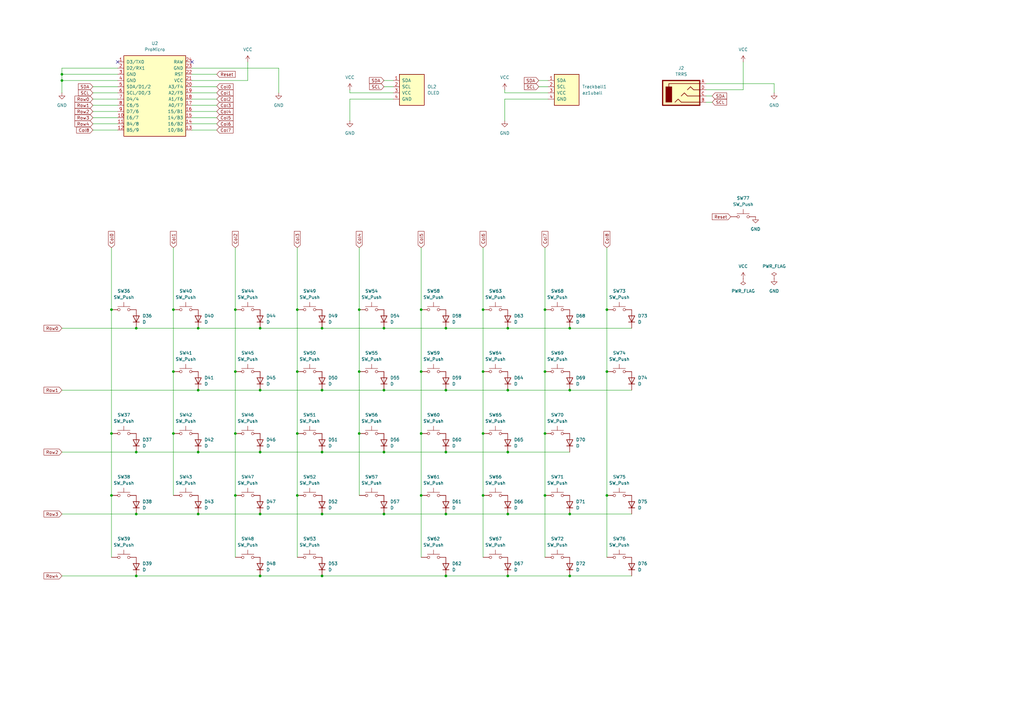
<source format=kicad_sch>
(kicad_sch (version 20231120) (generator "eeschema") (generator_version "8.0")
  (paper "A3")
  (lib_symbols
    (symbol "BrownSugar_KBD:OLED" (pin_names (offset 1.016))
      (property "Reference" "OL" (at 0 7.62 0))
      (property "Value" "OLED" (at 0 -7.62 0))
      (symbol "OLED_0_1"
        (rectangle (start -5.08 6.35) (end 5.08 -6.35) (stroke (width 0.254)) (fill (type background)))
      )
      (symbol "OLED_1_1"
        (pin bidirectional line (at -7.62 3.81 0) (length 2.54) (name "SDA") (number "1"))
        (pin bidirectional line (at -7.62 1.27 0) (length 2.54) (name "SCL") (number "2"))
        (pin power_in line (at -7.62 -1.27 0) (length 2.54) (name "VCC") (number "3"))
        (pin power_in line (at -7.62 -3.81 0) (length 2.54) (name "GND") (number "4"))
      )
    )
    (symbol "BrownSugar_KBD:ProMicro" (pin_names (offset 1.016))
      (property "Reference" "U" (at 0 17.78 0))
      (property "Value" "ProMicro" (at 0 -17.78 0))
      (symbol "ProMicro_0_1"
        (rectangle (start -12.7 16.51) (end 12.7 -16.51) (stroke (width 0.254)) (fill (type background)))
      )
      (symbol "ProMicro_1_1"
        (pin bidirectional line (at -15.24 13.97 0) (length 2.54) (name "D3/TX0") (number "1"))
        (pin bidirectional line (at -15.24 -8.89 0) (length 2.54) (name "E6/7") (number "10"))
        (pin bidirectional line (at -15.24 -11.43 0) (length 2.54) (name "B4/8") (number "11"))
        (pin bidirectional line (at -15.24 -13.97 0) (length 2.54) (name "B5/9") (number "12"))
        (pin bidirectional line (at 15.24 -13.97 180) (length 2.54) (name "10/B6") (number "13"))
        (pin bidirectional line (at 15.24 -11.43 180) (length 2.54) (name "16/B2") (number "14"))
        (pin bidirectional line (at 15.24 -8.89 180) (length 2.54) (name "14/B3") (number "15"))
        (pin bidirectional line (at 15.24 -6.35 180) (length 2.54) (name "15/B1") (number "16"))
        (pin bidirectional line (at 15.24 -3.81 180) (length 2.54) (name "A0/F7") (number "17"))
        (pin bidirectional line (at 15.24 -1.27 180) (length 2.54) (name "A1/F6") (number "18"))
        (pin bidirectional line (at 15.24 1.27 180) (length 2.54) (name "A2/F5") (number "19"))
        (pin bidirectional line (at -15.24 11.43 0) (length 2.54) (name "D2/RX1") (number "2"))
        (pin bidirectional line (at 15.24 3.81 180) (length 2.54) (name "A3/F4") (number "20"))
        (pin power_in line (at 15.24 6.35 180) (length 2.54) (name "VCC") (number "21"))
        (pin input line (at 15.24 8.89 180) (length 2.54) (name "RST") (number "22"))
        (pin power_in line (at 15.24 11.43 180) (length 2.54) (name "GND") (number "23"))
        (pin power_in line (at 15.24 13.97 180) (length 2.54) (name "RAW") (number "24"))
        (pin power_in line (at -15.24 8.89 0) (length 2.54) (name "GND") (number "3"))
        (pin power_in line (at -15.24 6.35 0) (length 2.54) (name "GND") (number "4"))
        (pin bidirectional line (at -15.24 3.81 0) (length 2.54) (name "SDA/D1/2") (number "5"))
        (pin bidirectional line (at -15.24 1.27 0) (length 2.54) (name "SCL/D0/3") (number "6"))
        (pin bidirectional line (at -15.24 -1.27 0) (length 2.54) (name "D4/4") (number "7"))
        (pin bidirectional line (at -15.24 -3.81 0) (length 2.54) (name "C6/5") (number "8"))
        (pin bidirectional line (at -15.24 -6.35 0) (length 2.54) (name "D7/6") (number "9"))
      )
    )
    (symbol "BrownSugar_KBD:TRRS" (pin_names (offset 1.016))
      (property "Reference" "J" (at 0 8.89 0))
      (property "Value" "TRRS" (at 0 6.35 0))
      (symbol "TRRS_0_1"
        (rectangle (start -7.62 5.08) (end 7.62 -5.08) (stroke (width 0.508)) (fill (type background)))
        (rectangle (start -6.35 2.54) (end -3.81 -3.81) (stroke (width 0.127)) (fill (type outline)))
        (polyline (pts (xy 7.62 3.81) (xy -5.08 3.81) (xy -5.08 2.54)) (stroke (width 0.254)))
        (polyline (pts (xy 7.62 -3.81) (xy 0 -3.81) (xy -1.27 -2.54) (xy -2.54 -3.81)) (stroke (width 0.254)))
        (polyline (pts (xy 7.62 -1.27) (xy 2.54 -1.27) (xy 1.27 0) (xy 0 -1.27)) (stroke (width 0.254)))
        (polyline (pts (xy 7.62 1.27) (xy 5.08 1.27) (xy 3.81 2.54) (xy 2.54 1.27)) (stroke (width 0.254)))
      )
      (symbol "TRRS_1_1"
        (pin bidirectional line (at 10.16 3.81 180) (length 2.54) (name "~") (number "A"))
        (pin bidirectional line (at 10.16 -3.81 180) (length 2.54) (name "~") (number "B"))
        (pin bidirectional line (at 10.16 -1.27 180) (length 2.54) (name "~") (number "C"))
        (pin bidirectional line (at 10.16 1.27 180) (length 2.54) (name "~") (number "D"))
      )
    )
    (symbol "Device:D" (pin_numbers hide) (pin_names (offset 1.016) hide)
      (property "Reference" "D" (at 0 2.54 0))
      (property "Value" "D" (at 0 -2.54 0))
      (symbol "D_0_1"
        (polyline (pts (xy -1.27 1.27) (xy -1.27 -1.27)) (stroke (width 0.254)))
        (polyline (pts (xy 1.27 0) (xy -1.27 0)))
        (polyline (pts (xy 1.27 1.27) (xy 1.27 -1.27) (xy -1.27 0) (xy 1.27 1.27)) (stroke (width 0.254)))
      )
      (symbol "D_1_1"
        (pin passive line (at -3.81 0 0) (length 2.54) (name "K") (number "1"))
        (pin passive line (at 3.81 0 180) (length 2.54) (name "A") (number "2"))
      )
    )
    (symbol "Switch:SW_Push" (pin_numbers hide) (pin_names (offset 1.016) hide)
      (property "Reference" "SW" (at 1.27 2.54 0))
      (property "Value" "SW_Push" (at 0 -1.524 0))
      (symbol "SW_Push_0_1"
        (circle (center -2.032 0) (radius 0.508))
        (polyline (pts (xy 0 1.27) (xy 0 3.048)))
        (polyline (pts (xy 2.54 1.27) (xy -2.54 1.27)))
        (circle (center 2.032 0) (radius 0.508))
        (pin passive line (at -5.08 0 0) (length 2.54) (name "1") (number "1"))
        (pin passive line (at 5.08 0 180) (length 2.54) (name "2") (number "2"))
      )
    )
    (symbol "power:GND" (power) (pin_numbers hide) (pin_names (offset 0) hide)
      (property "Value" "GND" (at 0 -3.81 0))
      (symbol "GND_0_1"
        (polyline (pts (xy 0 0) (xy 0 -1.27) (xy 1.27 -1.27) (xy 0 -2.54) (xy -1.27 -1.27) (xy 0 -1.27)))
      )
      (symbol "GND_1_1"
        (pin power_in line (at 0 0 270) (length 0) (name "~") (number "1"))
      )
    )
    (symbol "power:PWR_FLAG" (power) (pin_numbers hide) (pin_names (offset 0) hide)
      (property "Value" "PWR_FLAG" (at 0 3.81 0))
      (symbol "PWR_FLAG_0_0"
        (pin power_out line (at 0 0 90) (length 0) (name "~") (number "1"))
      )
      (symbol "PWR_FLAG_0_1"
        (polyline (pts (xy 0 0) (xy 0 1.27) (xy -1.016 1.905) (xy 0 2.54) (xy 1.016 1.905) (xy 0 1.27)))
      )
    )
    (symbol "power:VCC" (power) (pin_numbers hide) (pin_names (offset 0) hide)
      (property "Value" "VCC" (at 0 3.556 0))
      (symbol "VCC_0_1"
        (polyline (pts (xy -0.762 1.27) (xy 0 2.54)))
        (polyline (pts (xy 0 0) (xy 0 2.54)))
        (polyline (pts (xy 0 2.54) (xy 0.762 1.27)))
      )
      (symbol "VCC_1_1"
        (pin power_in line (at 0 0 90) (length 0) (name "~") (number "1"))
      )
    )
  )
  (junction (at 172.72 127))
  (junction (at 132.08 210.82))
  (junction (at 132.08 236.22))
  (junction (at 121.92 127))
  (junction (at 172.72 152.4))
  (junction (at 25.4 30.48))
  (junction (at 157.48 185.42))
  (junction (at 182.88 160.02))
  (junction (at 106.68 134.62))
  (junction (at 157.48 134.62))
  (junction (at 248.92 152.4))
  (junction (at 55.88 236.22))
  (junction (at 96.52 127))
  (junction (at 223.52 127))
  (junction (at 96.52 177.8))
  (junction (at 55.88 185.42))
  (junction (at 223.52 152.4))
  (junction (at 182.88 236.22))
  (junction (at 248.92 203.2))
  (junction (at 71.12 152.4))
  (junction (at 81.28 160.02))
  (junction (at 208.28 210.82))
  (junction (at 121.92 203.2))
  (junction (at 182.88 185.42))
  (junction (at 198.12 152.4))
  (junction (at 208.28 185.42))
  (junction (at 223.52 203.2))
  (junction (at 106.68 210.82))
  (junction (at 208.28 160.02))
  (junction (at 248.92 127))
  (junction (at 81.28 210.82))
  (junction (at 121.92 152.4))
  (junction (at 106.68 160.02))
  (junction (at 208.28 236.22))
  (junction (at 147.32 152.4))
  (junction (at 198.12 203.2))
  (junction (at 132.08 185.42))
  (junction (at 223.52 177.8))
  (junction (at 182.88 210.82))
  (junction (at 71.12 177.8))
  (junction (at 71.12 127))
  (junction (at 55.88 210.82))
  (junction (at 233.68 134.62))
  (junction (at 81.28 185.42))
  (junction (at 198.12 177.8))
  (junction (at 132.08 134.62))
  (junction (at 147.32 177.8))
  (junction (at 172.72 177.8))
  (junction (at 132.08 160.02))
  (junction (at 96.52 203.2))
  (junction (at 157.48 210.82))
  (junction (at 233.68 236.22))
  (junction (at 182.88 134.62))
  (junction (at 172.72 203.2))
  (junction (at 96.52 152.4))
  (junction (at 106.68 185.42))
  (junction (at 233.68 210.82))
  (junction (at 25.4 33.02))
  (junction (at 45.72 127))
  (junction (at 147.32 127))
  (junction (at 45.72 177.8))
  (junction (at 81.28 134.62))
  (junction (at 208.28 134.62))
  (junction (at 45.72 203.2))
  (junction (at 106.68 236.22))
  (junction (at 198.12 127))
  (junction (at 55.88 134.62))
  (junction (at 157.48 160.02))
  (junction (at 121.92 177.8))
  (junction (at 233.68 160.02))
  (no_connect (at 48.26 25.4))
  (no_connect (at 78.74 25.4))
  (wire (pts (xy 45.72 101.6) (xy 45.72 127)))
  (wire (pts (xy 208.28 185.42) (xy 233.68 185.42)))
  (wire (pts (xy 25.4 210.82) (xy 55.88 210.82)))
  (wire (pts (xy 248.92 203.2) (xy 248.92 228.6)))
  (wire (pts (xy 38.1 38.1) (xy 48.26 38.1)))
  (wire (pts (xy 78.74 30.48) (xy 88.9 30.48)))
  (wire (pts (xy 208.28 134.62) (xy 233.68 134.62)))
  (wire (pts (xy 198.12 203.2) (xy 198.12 228.6)))
  (wire (pts (xy 38.1 53.34) (xy 48.26 53.34)))
  (wire (pts (xy 25.4 160.02) (xy 81.28 160.02)))
  (wire (pts (xy 38.1 35.56) (xy 48.26 35.56)))
  (wire (pts (xy 101.6 33.02) (xy 101.6 25.4)))
  (wire (pts (xy 147.32 101.6) (xy 147.32 127)))
  (wire (pts (xy 78.74 38.1) (xy 88.9 38.1)))
  (wire (pts (xy 223.52 177.8) (xy 223.52 203.2)))
  (wire (pts (xy 289.56 36.83) (xy 304.8 36.83)))
  (wire (pts (xy 38.1 43.18) (xy 48.26 43.18)))
  (wire (pts (xy 182.88 134.62) (xy 208.28 134.62)))
  (wire (pts (xy 233.68 134.62) (xy 259.08 134.62)))
  (wire (pts (xy 96.52 203.2) (xy 96.52 228.6)))
  (wire (pts (xy 223.52 127) (xy 223.52 152.4)))
  (wire (pts (xy 207.01 40.64) (xy 224.79 40.64)))
  (wire (pts (xy 48.26 30.48) (xy 25.4 30.48)))
  (wire (pts (xy 121.92 127) (xy 121.92 152.4)))
  (wire (pts (xy 121.92 152.4) (xy 121.92 177.8)))
  (wire (pts (xy 207.01 38.1) (xy 224.79 38.1)))
  (wire (pts (xy 96.52 177.8) (xy 96.52 203.2)))
  (wire (pts (xy 71.12 101.6) (xy 71.12 127)))
  (wire (pts (xy 198.12 152.4) (xy 198.12 177.8)))
  (wire (pts (xy 38.1 48.26) (xy 48.26 48.26)))
  (wire (pts (xy 78.74 50.8) (xy 88.9 50.8)))
  (wire (pts (xy 172.72 127) (xy 172.72 152.4)))
  (wire (pts (xy 25.4 185.42) (xy 55.88 185.42)))
  (wire (pts (xy 38.1 40.64) (xy 48.26 40.64)))
  (wire (pts (xy 78.74 48.26) (xy 88.9 48.26)))
  (wire (pts (xy 25.4 27.94) (xy 48.26 27.94)))
  (wire (pts (xy 289.56 34.29) (xy 317.5 34.29)))
  (wire (pts (xy 157.48 134.62) (xy 182.88 134.62)))
  (wire (pts (xy 114.3 27.94) (xy 114.3 38.1)))
  (wire (pts (xy 55.88 210.82) (xy 81.28 210.82)))
  (wire (pts (xy 38.1 45.72) (xy 48.26 45.72)))
  (wire (pts (xy 248.92 101.6) (xy 248.92 127)))
  (wire (pts (xy 96.52 152.4) (xy 96.52 177.8)))
  (wire (pts (xy 106.68 236.22) (xy 132.08 236.22)))
  (wire (pts (xy 45.72 127) (xy 45.72 177.8)))
  (wire (pts (xy 81.28 134.62) (xy 106.68 134.62)))
  (wire (pts (xy 157.48 160.02) (xy 182.88 160.02)))
  (wire (pts (xy 71.12 152.4) (xy 71.12 177.8)))
  (wire (pts (xy 172.72 203.2) (xy 172.72 228.6)))
  (wire (pts (xy 198.12 101.6) (xy 198.12 127)))
  (wire (pts (xy 207.01 36.83) (xy 207.01 38.1)))
  (wire (pts (xy 55.88 185.42) (xy 81.28 185.42)))
  (wire (pts (xy 106.68 160.02) (xy 132.08 160.02)))
  (wire (pts (xy 208.28 160.02) (xy 233.68 160.02)))
  (wire (pts (xy 248.92 127) (xy 248.92 152.4)))
  (wire (pts (xy 48.26 33.02) (xy 25.4 33.02)))
  (wire (pts (xy 25.4 134.62) (xy 55.88 134.62)))
  (wire (pts (xy 78.74 35.56) (xy 88.9 35.56)))
  (wire (pts (xy 71.12 177.8) (xy 71.12 203.2)))
  (wire (pts (xy 143.51 38.1) (xy 161.29 38.1)))
  (wire (pts (xy 147.32 127) (xy 147.32 152.4)))
  (wire (pts (xy 223.52 152.4) (xy 223.52 177.8)))
  (wire (pts (xy 78.74 53.34) (xy 88.9 53.34)))
  (wire (pts (xy 182.88 160.02) (xy 208.28 160.02)))
  (wire (pts (xy 157.48 33.02) (xy 161.29 33.02)))
  (wire (pts (xy 157.48 185.42) (xy 182.88 185.42)))
  (wire (pts (xy 248.92 152.4) (xy 248.92 203.2)))
  (wire (pts (xy 304.8 36.83) (xy 304.8 25.4)))
  (wire (pts (xy 78.74 40.64) (xy 88.9 40.64)))
  (wire (pts (xy 143.51 40.64) (xy 161.29 40.64)))
  (wire (pts (xy 132.08 160.02) (xy 157.48 160.02)))
  (wire (pts (xy 38.1 50.8) (xy 48.26 50.8)))
  (wire (pts (xy 208.28 236.22) (xy 233.68 236.22)))
  (wire (pts (xy 182.88 185.42) (xy 208.28 185.42)))
  (wire (pts (xy 207.01 40.64) (xy 207.01 49.53)))
  (wire (pts (xy 317.5 34.29) (xy 317.5 38.1)))
  (wire (pts (xy 157.48 35.56) (xy 161.29 35.56)))
  (wire (pts (xy 220.98 33.02) (xy 224.79 33.02)))
  (wire (pts (xy 233.68 160.02) (xy 259.08 160.02)))
  (wire (pts (xy 121.92 203.2) (xy 121.92 228.6)))
  (wire (pts (xy 182.88 236.22) (xy 208.28 236.22)))
  (wire (pts (xy 121.92 177.8) (xy 121.92 203.2)))
  (wire (pts (xy 233.68 236.22) (xy 259.08 236.22)))
  (wire (pts (xy 172.72 152.4) (xy 172.72 177.8)))
  (wire (pts (xy 143.51 40.64) (xy 143.51 49.53)))
  (wire (pts (xy 81.28 185.42) (xy 106.68 185.42)))
  (wire (pts (xy 45.72 177.8) (xy 45.72 203.2)))
  (wire (pts (xy 132.08 185.42) (xy 157.48 185.42)))
  (wire (pts (xy 55.88 134.62) (xy 81.28 134.62)))
  (wire (pts (xy 25.4 33.02) (xy 25.4 38.1)))
  (wire (pts (xy 172.72 177.8) (xy 172.72 203.2)))
  (wire (pts (xy 223.52 203.2) (xy 223.52 228.6)))
  (wire (pts (xy 121.92 101.6) (xy 121.92 127)))
  (wire (pts (xy 208.28 210.82) (xy 233.68 210.82)))
  (wire (pts (xy 78.74 43.18) (xy 88.9 43.18)))
  (wire (pts (xy 106.68 134.62) (xy 132.08 134.62)))
  (wire (pts (xy 96.52 101.6) (xy 96.52 127)))
  (wire (pts (xy 132.08 134.62) (xy 157.48 134.62)))
  (wire (pts (xy 114.3 27.94) (xy 78.74 27.94)))
  (wire (pts (xy 106.68 210.82) (xy 132.08 210.82)))
  (wire (pts (xy 96.52 127) (xy 96.52 152.4)))
  (wire (pts (xy 25.4 30.48) (xy 25.4 33.02)))
  (wire (pts (xy 220.98 35.56) (xy 224.79 35.56)))
  (wire (pts (xy 182.88 210.82) (xy 208.28 210.82)))
  (wire (pts (xy 78.74 33.02) (xy 101.6 33.02)))
  (wire (pts (xy 106.68 185.42) (xy 132.08 185.42)))
  (wire (pts (xy 289.56 39.37) (xy 292.1 39.37)))
  (wire (pts (xy 157.48 210.82) (xy 182.88 210.82)))
  (wire (pts (xy 45.72 203.2) (xy 45.72 228.6)))
  (wire (pts (xy 81.28 160.02) (xy 106.68 160.02)))
  (wire (pts (xy 25.4 27.94) (xy 25.4 30.48)))
  (wire (pts (xy 198.12 177.8) (xy 198.12 203.2)))
  (wire (pts (xy 71.12 127) (xy 71.12 152.4)))
  (wire (pts (xy 132.08 236.22) (xy 182.88 236.22)))
  (wire (pts (xy 25.4 236.22) (xy 55.88 236.22)))
  (wire (pts (xy 81.28 210.82) (xy 106.68 210.82)))
  (wire (pts (xy 233.68 210.82) (xy 259.08 210.82)))
  (wire (pts (xy 289.56 41.91) (xy 292.1 41.91)))
  (wire (pts (xy 198.12 127) (xy 198.12 152.4)))
  (wire (pts (xy 172.72 101.6) (xy 172.72 127)))
  (wire (pts (xy 78.74 45.72) (xy 88.9 45.72)))
  (wire (pts (xy 147.32 177.8) (xy 147.32 203.2)))
  (wire (pts (xy 132.08 210.82) (xy 157.48 210.82)))
  (wire (pts (xy 55.88 236.22) (xy 106.68 236.22)))
  (wire (pts (xy 223.52 101.6) (xy 223.52 127)))
  (wire (pts (xy 147.32 152.4) (xy 147.32 177.8)))
  (wire (pts (xy 143.51 36.83) (xy 143.51 38.1)))
  (global_label "Col7" (shape input) (at 88.9 53.34 0) (property "Intersheetrefs" "${INTERSHEET_REFS}" (effects (hide yes))))
  (global_label "Col6" (shape input) (at 88.9 50.8 0) (property "Intersheetrefs" "${INTERSHEET_REFS}" (effects (hide yes))))
  (global_label "Row0" (shape input) (at 25.4 134.62 180) (property "Intersheetrefs" "${INTERSHEET_REFS}" (effects (hide yes))))
  (global_label "Row2" (shape input) (at 25.4 185.42 180) (property "Intersheetrefs" "${INTERSHEET_REFS}" (effects (hide yes))))
  (global_label "Row0" (shape input) (at 38.1 40.64 180) (property "Intersheetrefs" "${INTERSHEET_REFS}" (effects (hide yes))))
  (global_label "Col3" (shape input) (at 121.92 101.6 90) (property "Intersheetrefs" "${INTERSHEET_REFS}" (effects (hide yes))))
  (global_label "Col8" (shape input) (at 248.92 101.6 90) (property "Intersheetrefs" "${INTERSHEET_REFS}" (effects (hide yes))))
  (global_label "Col7" (shape input) (at 223.52 101.6 90) (property "Intersheetrefs" "${INTERSHEET_REFS}" (effects (hide yes))))
  (global_label "Col5" (shape input) (at 88.9 48.26 0) (property "Intersheetrefs" "${INTERSHEET_REFS}" (effects (hide yes))))
  (global_label "SDA" (shape input) (at 157.48 33.02 180) (property "Intersheetrefs" "${INTERSHEET_REFS}" (effects (hide yes))))
  (global_label "Row3" (shape input) (at 38.1 48.26 180) (property "Intersheetrefs" "${INTERSHEET_REFS}" (effects (hide yes))))
  (global_label "SCL" (shape input) (at 220.98 35.56 180) (property "Intersheetrefs" "${INTERSHEET_REFS}" (effects (hide yes))))
  (global_label "Col4" (shape input) (at 147.32 101.6 90) (property "Intersheetrefs" "${INTERSHEET_REFS}" (effects (hide yes))))
  (global_label "SCL" (shape input) (at 157.48 35.56 180) (property "Intersheetrefs" "${INTERSHEET_REFS}" (effects (hide yes))))
  (global_label "Col0" (shape input) (at 88.9 35.56 0) (property "Intersheetrefs" "${INTERSHEET_REFS}" (effects (hide yes))))
  (global_label "SCL" (shape input) (at 292.1 41.91 0) (property "Intersheetrefs" "${INTERSHEET_REFS}" (effects (hide yes))))
  (global_label "Col1" (shape input) (at 88.9 38.1 0) (property "Intersheetrefs" "${INTERSHEET_REFS}" (effects (hide yes))))
  (global_label "Col3" (shape input) (at 88.9 43.18 0) (property "Intersheetrefs" "${INTERSHEET_REFS}" (effects (hide yes))))
  (global_label "Row4" (shape input) (at 38.1 50.8 180) (property "Intersheetrefs" "${INTERSHEET_REFS}" (effects (hide yes))))
  (global_label "Col5" (shape input) (at 172.72 101.6 90) (property "Intersheetrefs" "${INTERSHEET_REFS}" (effects (hide yes))))
  (global_label "Row4" (shape input) (at 25.4 236.22 180) (property "Intersheetrefs" "${INTERSHEET_REFS}" (effects (hide yes))))
  (global_label "Col0" (shape input) (at 45.72 101.6 90) (property "Intersheetrefs" "${INTERSHEET_REFS}" (effects (hide yes))))
  (global_label "SDA" (shape input) (at 220.98 33.02 180) (property "Intersheetrefs" "${INTERSHEET_REFS}" (effects (hide yes))))
  (global_label "Row1" (shape input) (at 25.4 160.02 180) (property "Intersheetrefs" "${INTERSHEET_REFS}" (effects (hide yes))))
  (global_label "Col1" (shape input) (at 71.12 101.6 90) (property "Intersheetrefs" "${INTERSHEET_REFS}" (effects (hide yes))))
  (global_label "Row3" (shape input) (at 25.4 210.82 180) (property "Intersheetrefs" "${INTERSHEET_REFS}" (effects (hide yes))))
  (global_label "Col2" (shape input) (at 96.52 101.6 90) (property "Intersheetrefs" "${INTERSHEET_REFS}" (effects (hide yes))))
  (global_label "Reset" (shape input) (at 299.72 88.9 180) (property "Intersheetrefs" "${INTERSHEET_REFS}" (effects (hide yes))))
  (global_label "Row2" (shape input) (at 38.1 45.72 180) (property "Intersheetrefs" "${INTERSHEET_REFS}" (effects (hide yes))))
  (global_label "SCL" (shape input) (at 38.1 38.1 180) (property "Intersheetrefs" "${INTERSHEET_REFS}" (effects (hide yes))))
  (global_label "Col8" (shape input) (at 38.1 53.34 180) (property "Intersheetrefs" "${INTERSHEET_REFS}" (effects (hide yes))))
  (global_label "SDA" (shape input) (at 292.1 39.37 0) (property "Intersheetrefs" "${INTERSHEET_REFS}" (effects (hide yes))))
  (global_label "Row1" (shape input) (at 38.1 43.18 180) (property "Intersheetrefs" "${INTERSHEET_REFS}" (effects (hide yes))))
  (global_label "Col4" (shape input) (at 88.9 45.72 0) (property "Intersheetrefs" "${INTERSHEET_REFS}" (effects (hide yes))))
  (global_label "SDA" (shape input) (at 38.1 35.56 180) (property "Intersheetrefs" "${INTERSHEET_REFS}" (effects (hide yes))))
  (global_label "Col6" (shape input) (at 198.12 101.6 90) (property "Intersheetrefs" "${INTERSHEET_REFS}" (effects (hide yes))))
  (global_label "Reset" (shape input) (at 88.9 30.48 0) (property "Intersheetrefs" "${INTERSHEET_REFS}" (effects (hide yes))))
  (global_label "Col2" (shape input) (at 88.9 40.64 0) (property "Intersheetrefs" "${INTERSHEET_REFS}" (effects (hide yes))))
  (symbol (lib_id "Device:D") (at 106.68 156.21 90) (unit 1)
    (property "Reference" "D45" (at 109.22 154.9399 90) (effects (justify right)))
    (property "Value" "D" (at 109.22 157.4799 90) (effects (justify right)))
    (property "Footprint" "kbd_Parts:Diode_SMD" (effects (hide yes)))
    (property "Description" "Diode" (effects (hide yes)))
    (property "Sim.Device" "D" (effects (hide yes)))
    (property "Sim.Pins" "1=K 2=A" (effects (hide yes)))
  )
  (symbol (lib_id "Switch:SW_Push") (at 254 203.2 0) (mirror y) (unit 1)
    (property "Reference" "SW75" (at 254 195.58 0))
    (property "Value" "SW_Push" (at 254 198.12 0))
    (property "Footprint" "kbd_SW:Choc_Hotswap_1u" (effects (hide yes)))
    (property "Description" "Push button switch, generic, two pins" (effects (hide yes)))
  )
  (symbol (lib_id "Device:D") (at 182.88 156.21 90) (unit 1)
    (property "Reference" "D59" (at 185.42 154.9399 90) (effects (justify right)))
    (property "Value" "D" (at 185.42 157.4799 90) (effects (justify right)))
    (property "Footprint" "kbd_Parts:Diode_SMD" (effects (hide yes)))
    (property "Description" "Diode" (effects (hide yes)))
    (property "Sim.Device" "D" (effects (hide yes)))
    (property "Sim.Pins" "1=K 2=A" (effects (hide yes)))
  )
  (symbol (lib_id "Device:D") (at 106.68 232.41 90) (unit 1)
    (property "Reference" "D48" (at 109.22 231.1399 90) (effects (justify right)))
    (property "Value" "D" (at 109.22 233.6799 90) (effects (justify right)))
    (property "Footprint" "kbd_Parts:Diode_SMD" (effects (hide yes)))
    (property "Description" "Diode" (effects (hide yes)))
    (property "Sim.Device" "D" (effects (hide yes)))
    (property "Sim.Pins" "1=K 2=A" (effects (hide yes)))
  )
  (symbol (lib_id "Switch:SW_Push") (at 127 203.2 0) (mirror y) (unit 1)
    (property "Reference" "SW52" (at 127 195.58 0))
    (property "Value" "SW_Push" (at 127 198.12 0))
    (property "Footprint" "kbd_SW:Choc_Hotswap_1u" (effects (hide yes)))
    (property "Description" "Push button switch, generic, two pins" (effects (hide yes)))
  )
  (symbol (lib_id "Device:D") (at 233.68 130.81 90) (unit 1)
    (property "Reference" "D68" (at 236.22 129.5399 90) (effects (justify right)))
    (property "Value" "D" (at 236.22 132.0799 90) (effects (justify right)))
    (property "Footprint" "kbd_Parts:Diode_SMD" (effects (hide yes)))
    (property "Description" "Diode" (effects (hide yes)))
    (property "Sim.Device" "D" (effects (hide yes)))
    (property "Sim.Pins" "1=K 2=A" (effects (hide yes)))
  )
  (symbol (lib_id "Switch:SW_Push") (at 50.8 228.6 0) (mirror y) (unit 1)
    (property "Reference" "SW39" (at 50.8 220.98 0))
    (property "Value" "SW_Push" (at 50.8 223.52 0))
    (property "Footprint" "kbd_SW:Choc_Hotswap_1u" (effects (hide yes)))
    (property "Description" "Push button switch, generic, two pins" (effects (hide yes)))
  )
  (symbol (lib_id "Device:D") (at 259.08 130.81 90) (unit 1)
    (property "Reference" "D73" (at 261.62 129.5399 90) (effects (justify right)))
    (property "Value" "D" (at 261.62 132.0799 90) (effects (justify right)))
    (property "Footprint" "kbd_Parts:Diode_SMD" (effects (hide yes)))
    (property "Description" "Diode" (effects (hide yes)))
    (property "Sim.Device" "D" (effects (hide yes)))
    (property "Sim.Pins" "1=K 2=A" (effects (hide yes)))
  )
  (symbol (lib_id "Switch:SW_Push") (at 101.6 177.8 0) (mirror y) (unit 1)
    (property "Reference" "SW46" (at 101.6 170.18 0))
    (property "Value" "SW_Push" (at 101.6 172.72 0))
    (property "Footprint" "kbd_SW:Choc_Hotswap_1u" (effects (hide yes)))
    (property "Description" "Push button switch, generic, two pins" (effects (hide yes)))
  )
  (symbol (lib_id "power:PWR_FLAG") (at 317.5 114.3 0) (unit 1)
    (property "Reference" "#FLG03" (effects (hide yes)))
    (property "Value" "PWR_FLAG" (at 317.5 109.22 0))
    (property "Description" "Special symbol for telling ERC where power comes from" (effects (hide yes)))
  )
  (symbol (lib_id "Device:D") (at 132.08 232.41 90) (unit 1)
    (property "Reference" "D53" (at 134.62 231.1399 90) (effects (justify right)))
    (property "Value" "D" (at 134.62 233.6799 90) (effects (justify right)))
    (property "Footprint" "kbd_Parts:Diode_SMD" (effects (hide yes)))
    (property "Description" "Diode" (effects (hide yes)))
    (property "Sim.Device" "D" (effects (hide yes)))
    (property "Sim.Pins" "1=K 2=A" (effects (hide yes)))
  )
  (symbol (lib_id "Device:D") (at 208.28 207.01 90) (unit 1)
    (property "Reference" "D66" (at 210.82 205.7399 90) (effects (justify right)))
    (property "Value" "D" (at 210.82 208.2799 90) (effects (justify right)))
    (property "Footprint" "kbd_Parts:Diode_SMD" (effects (hide yes)))
    (property "Description" "Diode" (effects (hide yes)))
    (property "Sim.Device" "D" (effects (hide yes)))
    (property "Sim.Pins" "1=K 2=A" (effects (hide yes)))
  )
  (symbol (lib_id "Switch:SW_Push") (at 101.6 152.4 0) (mirror y) (unit 1)
    (property "Reference" "SW45" (at 101.6 144.78 0))
    (property "Value" "SW_Push" (at 101.6 147.32 0))
    (property "Footprint" "kbd_SW:Choc_Hotswap_1u" (effects (hide yes)))
    (property "Description" "Push button switch, generic, two pins" (effects (hide yes)))
  )
  (symbol (lib_id "Device:D") (at 132.08 207.01 90) (unit 1)
    (property "Reference" "D52" (at 134.62 205.7399 90) (effects (justify right)))
    (property "Value" "D" (at 134.62 208.2799 90) (effects (justify right)))
    (property "Footprint" "kbd_Parts:Diode_SMD" (effects (hide yes)))
    (property "Description" "Diode" (effects (hide yes)))
    (property "Sim.Device" "D" (effects (hide yes)))
    (property "Sim.Pins" "1=K 2=A" (effects (hide yes)))
  )
  (symbol (lib_id "Switch:SW_Push") (at 228.6 177.8 0) (mirror y) (unit 1)
    (property "Reference" "SW70" (at 228.6 170.18 0))
    (property "Value" "SW_Push" (at 228.6 172.72 0))
    (property "Footprint" "kbd_SW:Choc_Hotswap_2u_Stab" (effects (hide yes)))
    (property "Description" "Push button switch, generic, two pins" (effects (hide yes)))
  )
  (symbol (lib_id "Device:D") (at 233.68 156.21 90) (unit 1)
    (property "Reference" "D69" (at 236.22 154.9399 90) (effects (justify right)))
    (property "Value" "D" (at 236.22 157.4799 90) (effects (justify right)))
    (property "Footprint" "kbd_Parts:Diode_SMD" (effects (hide yes)))
    (property "Description" "Diode" (effects (hide yes)))
    (property "Sim.Device" "D" (effects (hide yes)))
    (property "Sim.Pins" "1=K 2=A" (effects (hide yes)))
  )
  (symbol (lib_id "Device:D") (at 233.68 232.41 90) (unit 1)
    (property "Reference" "D72" (at 236.22 231.1399 90) (effects (justify right)))
    (property "Value" "D" (at 236.22 233.6799 90) (effects (justify right)))
    (property "Footprint" "kbd_Parts:Diode_SMD" (effects (hide yes)))
    (property "Description" "Diode" (effects (hide yes)))
    (property "Sim.Device" "D" (effects (hide yes)))
    (property "Sim.Pins" "1=K 2=A" (effects (hide yes)))
  )
  (symbol (lib_id "power:GND") (at 309.88 88.9 0) (unit 1)
    (property "Reference" "#PWR02" (effects (hide yes)))
    (property "Value" "GND" (at 309.88 93.98 0))
    (property "Description" "Power symbol creates a global label with name \"GND\" , ground" (effects (hide yes)))
  )
  (symbol (lib_id "Device:D") (at 157.48 156.21 90) (unit 1)
    (property "Reference" "D55" (at 160.02 154.9399 90) (effects (justify right)))
    (property "Value" "D" (at 160.02 157.4799 90) (effects (justify right)))
    (property "Footprint" "kbd_Parts:Diode_SMD" (effects (hide yes)))
    (property "Description" "Diode" (effects (hide yes)))
    (property "Sim.Device" "D" (effects (hide yes)))
    (property "Sim.Pins" "1=K 2=A" (effects (hide yes)))
  )
  (symbol (lib_id "Switch:SW_Push") (at 203.2 152.4 0) (mirror y) (unit 1)
    (property "Reference" "SW64" (at 203.2 144.78 0))
    (property "Value" "SW_Push" (at 203.2 147.32 0))
    (property "Footprint" "kbd_SW:Choc_Hotswap_1u" (effects (hide yes)))
    (property "Description" "Push button switch, generic, two pins" (effects (hide yes)))
  )
  (symbol (lib_id "Switch:SW_Push") (at 203.2 177.8 0) (mirror y) (unit 1)
    (property "Reference" "SW65" (at 203.2 170.18 0))
    (property "Value" "SW_Push" (at 203.2 172.72 0))
    (property "Footprint" "kbd_SW:Choc_Hotswap_1u" (effects (hide yes)))
    (property "Description" "Push button switch, generic, two pins" (effects (hide yes)))
  )
  (symbol (lib_id "Switch:SW_Push") (at 177.8 177.8 0) (mirror y) (unit 1)
    (property "Reference" "SW60" (at 177.8 170.18 0))
    (property "Value" "SW_Push" (at 177.8 172.72 0))
    (property "Footprint" "kbd_SW:Choc_Hotswap_1u" (effects (hide yes)))
    (property "Description" "Push button switch, generic, two pins" (effects (hide yes)))
  )
  (symbol (lib_id "Device:D") (at 106.68 207.01 90) (unit 1)
    (property "Reference" "D47" (at 109.22 205.7399 90) (effects (justify right)))
    (property "Value" "D" (at 109.22 208.2799 90) (effects (justify right)))
    (property "Footprint" "kbd_Parts:Diode_SMD" (effects (hide yes)))
    (property "Description" "Diode" (effects (hide yes)))
    (property "Sim.Device" "D" (effects (hide yes)))
    (property "Sim.Pins" "1=K 2=A" (effects (hide yes)))
  )
  (symbol (lib_id "Device:D") (at 132.08 130.81 90) (unit 1)
    (property "Reference" "D49" (at 134.62 129.5399 90) (effects (justify right)))
    (property "Value" "D" (at 134.62 132.0799 90) (effects (justify right)))
    (property "Footprint" "kbd_Parts:Diode_SMD" (effects (hide yes)))
    (property "Description" "Diode" (effects (hide yes)))
    (property "Sim.Device" "D" (effects (hide yes)))
    (property "Sim.Pins" "1=K 2=A" (effects (hide yes)))
  )
  (symbol (lib_id "Device:D") (at 182.88 130.81 90) (unit 1)
    (property "Reference" "D58" (at 185.42 129.5399 90) (effects (justify right)))
    (property "Value" "D" (at 185.42 132.0799 90) (effects (justify right)))
    (property "Footprint" "kbd_Parts:Diode_SMD" (effects (hide yes)))
    (property "Description" "Diode" (effects (hide yes)))
    (property "Sim.Device" "D" (effects (hide yes)))
    (property "Sim.Pins" "1=K 2=A" (effects (hide yes)))
  )
  (symbol (lib_id "Switch:SW_Push") (at 304.8 88.9 0) (unit 1)
    (property "Reference" "SW77" (at 304.8 81.28 0))
    (property "Value" "SW_Push" (at 304.8 83.82 0))
    (property "Footprint" "kbd_Parts:ResetSW" (effects (hide yes)))
    (property "Description" "Push button switch, generic, two pins" (effects (hide yes)))
  )
  (symbol (lib_id "Switch:SW_Push") (at 76.2 152.4 0) (mirror y) (unit 1)
    (property "Reference" "SW41" (at 76.2 144.78 0))
    (property "Value" "SW_Push" (at 76.2 147.32 0))
    (property "Footprint" "kbd_SW:Choc_Hotswap_1u" (effects (hide yes)))
    (property "Description" "Push button switch, generic, two pins" (effects (hide yes)))
  )
  (symbol (lib_id "Device:D") (at 132.08 156.21 90) (unit 1)
    (property "Reference" "D50" (at 134.62 154.9399 90) (effects (justify right)))
    (property "Value" "D" (at 134.62 157.4799 90) (effects (justify right)))
    (property "Footprint" "kbd_Parts:Diode_SMD" (effects (hide yes)))
    (property "Description" "Diode" (effects (hide yes)))
    (property "Sim.Device" "D" (effects (hide yes)))
    (property "Sim.Pins" "1=K 2=A" (effects (hide yes)))
  )
  (symbol (lib_id "Device:D") (at 259.08 207.01 90) (unit 1)
    (property "Reference" "D75" (at 261.62 205.7399 90) (effects (justify right)))
    (property "Value" "D" (at 261.62 208.2799 90) (effects (justify right)))
    (property "Footprint" "kbd_Parts:Diode_SMD" (effects (hide yes)))
    (property "Description" "Diode" (effects (hide yes)))
    (property "Sim.Device" "D" (effects (hide yes)))
    (property "Sim.Pins" "1=K 2=A" (effects (hide yes)))
  )
  (symbol (lib_id "Switch:SW_Push") (at 50.8 203.2 0) (mirror y) (unit 1)
    (property "Reference" "SW38" (at 50.8 195.58 0))
    (property "Value" "SW_Push" (at 50.8 198.12 0))
    (property "Footprint" "kbd_SW:Choc_Hotswap_1u" (effects (hide yes)))
    (property "Description" "Push button switch, generic, two pins" (effects (hide yes)))
  )
  (symbol (lib_id "Switch:SW_Push") (at 177.8 228.6 0) (mirror y) (unit 1)
    (property "Reference" "SW62" (at 177.8 220.98 0))
    (property "Value" "SW_Push" (at 177.8 223.52 0))
    (property "Footprint" "kbd_SW:Choc_Hotswap_1u" (effects (hide yes)))
    (property "Description" "Push button switch, generic, two pins" (effects (hide yes)))
  )
  (symbol (lib_id "Switch:SW_Push") (at 177.8 203.2 0) (mirror y) (unit 1)
    (property "Reference" "SW61" (at 177.8 195.58 0))
    (property "Value" "SW_Push" (at 177.8 198.12 0))
    (property "Footprint" "kbd_SW:Choc_Hotswap_1u" (effects (hide yes)))
    (property "Description" "Push button switch, generic, two pins" (effects (hide yes)))
  )
  (symbol (lib_id "Device:D") (at 182.88 232.41 90) (unit 1)
    (property "Reference" "D62" (at 185.42 231.1399 90) (effects (justify right)))
    (property "Value" "D" (at 185.42 233.6799 90) (effects (justify right)))
    (property "Footprint" "kbd_Parts:Diode_SMD" (effects (hide yes)))
    (property "Description" "Diode" (effects (hide yes)))
    (property "Sim.Device" "D" (effects (hide yes)))
    (property "Sim.Pins" "1=K 2=A" (effects (hide yes)))
  )
  (symbol (lib_id "Switch:SW_Push") (at 228.6 152.4 0) (mirror y) (unit 1)
    (property "Reference" "SW69" (at 228.6 144.78 0))
    (property "Value" "SW_Push" (at 228.6 147.32 0))
    (property "Footprint" "kbd_SW:Choc_Hotswap_1u" (effects (hide yes)))
    (property "Description" "Push button switch, generic, two pins" (effects (hide yes)))
  )
  (symbol (lib_id "Switch:SW_Push") (at 127 152.4 0) (mirror y) (unit 1)
    (property "Reference" "SW50" (at 127 144.78 0))
    (property "Value" "SW_Push" (at 127 147.32 0))
    (property "Footprint" "kbd_SW:Choc_Hotswap_1u" (effects (hide yes)))
    (property "Description" "Push button switch, generic, two pins" (effects (hide yes)))
  )
  (symbol (lib_id "Device:D") (at 106.68 181.61 90) (unit 1)
    (property "Reference" "D46" (at 109.22 180.3399 90) (effects (justify right)))
    (property "Value" "D" (at 109.22 182.8799 90) (effects (justify right)))
    (property "Footprint" "kbd_Parts:Diode_SMD" (effects (hide yes)))
    (property "Description" "Diode" (effects (hide yes)))
    (property "Sim.Device" "D" (effects (hide yes)))
    (property "Sim.Pins" "1=K 2=A" (effects (hide yes)))
  )
  (symbol (lib_id "Device:D") (at 55.88 207.01 90) (unit 1)
    (property "Reference" "D38" (at 58.42 205.7399 90) (effects (justify right)))
    (property "Value" "D" (at 58.42 208.2799 90) (effects (justify right)))
    (property "Footprint" "kbd_Parts:Diode_SMD" (effects (hide yes)))
    (property "Description" "Diode" (effects (hide yes)))
    (property "Sim.Device" "D" (effects (hide yes)))
    (property "Sim.Pins" "1=K 2=A" (effects (hide yes)))
  )
  (symbol (lib_id "Device:D") (at 208.28 181.61 90) (unit 1)
    (property "Reference" "D65" (at 210.82 180.3399 90) (effects (justify right)))
    (property "Value" "D" (at 210.82 182.8799 90) (effects (justify right)))
    (property "Footprint" "kbd_Parts:Diode_SMD" (effects (hide yes)))
    (property "Description" "Diode" (effects (hide yes)))
    (property "Sim.Device" "D" (effects (hide yes)))
    (property "Sim.Pins" "1=K 2=A" (effects (hide yes)))
  )
  (symbol (lib_id "power:VCC") (at 304.8 114.3 0) (unit 1)
    (property "Reference" "#PWR03" (effects (hide yes)))
    (property "Value" "VCC" (at 304.8 109.22 0))
    (property "Description" "Power symbol creates a global label with name \"VCC\"" (effects (hide yes)))
  )
  (symbol (lib_id "Device:D") (at 182.88 207.01 90) (unit 1)
    (property "Reference" "D61" (at 185.42 205.7399 90) (effects (justify right)))
    (property "Value" "D" (at 185.42 208.2799 90) (effects (justify right)))
    (property "Footprint" "kbd_Parts:Diode_SMD" (effects (hide yes)))
    (property "Description" "Diode" (effects (hide yes)))
    (property "Sim.Device" "D" (effects (hide yes)))
    (property "Sim.Pins" "1=K 2=A" (effects (hide yes)))
  )
  (symbol (lib_id "Device:D") (at 157.48 130.81 90) (unit 1)
    (property "Reference" "D54" (at 160.02 129.5399 90) (effects (justify right)))
    (property "Value" "D" (at 160.02 132.0799 90) (effects (justify right)))
    (property "Footprint" "kbd_Parts:Diode_SMD" (effects (hide yes)))
    (property "Description" "Diode" (effects (hide yes)))
    (property "Sim.Device" "D" (effects (hide yes)))
    (property "Sim.Pins" "1=K 2=A" (effects (hide yes)))
  )
  (symbol (lib_id "Switch:SW_Push") (at 254 152.4 0) (mirror y) (unit 1)
    (property "Reference" "SW74" (at 254 144.78 0))
    (property "Value" "SW_Push" (at 254 147.32 0))
    (property "Footprint" "kbd_SW:Choc_Hotswap_1u" (effects (hide yes)))
    (property "Description" "Push button switch, generic, two pins" (effects (hide yes)))
  )
  (symbol (lib_id "Switch:SW_Push") (at 177.8 127 0) (mirror y) (unit 1)
    (property "Reference" "SW58" (at 177.8 119.38 0))
    (property "Value" "SW_Push" (at 177.8 121.92 0))
    (property "Footprint" "kbd_SW:Choc_Hotswap_1u" (effects (hide yes)))
    (property "Description" "Push button switch, generic, two pins" (effects (hide yes)))
  )
  (symbol (lib_id "Device:D") (at 55.88 181.61 90) (unit 1)
    (property "Reference" "D37" (at 58.42 180.3399 90) (effects (justify right)))
    (property "Value" "D" (at 58.42 182.8799 90) (effects (justify right)))
    (property "Footprint" "kbd_Parts:Diode_SMD" (effects (hide yes)))
    (property "Description" "Diode" (effects (hide yes)))
    (property "Sim.Device" "D" (effects (hide yes)))
    (property "Sim.Pins" "1=K 2=A" (effects (hide yes)))
  )
  (symbol (lib_id "Switch:SW_Push") (at 177.8 152.4 0) (mirror y) (unit 1)
    (property "Reference" "SW59" (at 177.8 144.78 0))
    (property "Value" "SW_Push" (at 177.8 147.32 0))
    (property "Footprint" "kbd_SW:Choc_Hotswap_1u" (effects (hide yes)))
    (property "Description" "Push button switch, generic, two pins" (effects (hide yes)))
  )
  (symbol (lib_id "Switch:SW_Push") (at 101.6 203.2 0) (mirror y) (unit 1)
    (property "Reference" "SW47" (at 101.6 195.58 0))
    (property "Value" "SW_Push" (at 101.6 198.12 0))
    (property "Footprint" "kbd_SW:Choc_Hotswap_1u" (effects (hide yes)))
    (property "Description" "Push button switch, generic, two pins" (effects (hide yes)))
  )
  (symbol (lib_id "Switch:SW_Push") (at 152.4 152.4 0) (mirror y) (unit 1)
    (property "Reference" "SW55" (at 152.4 144.78 0))
    (property "Value" "SW_Push" (at 152.4 147.32 0))
    (property "Footprint" "kbd_SW:Choc_Hotswap_1u" (effects (hide yes)))
    (property "Description" "Push button switch, generic, two pins" (effects (hide yes)))
  )
  (symbol (lib_id "Switch:SW_Push") (at 76.2 203.2 0) (mirror y) (unit 1)
    (property "Reference" "SW43" (at 76.2 195.58 0))
    (property "Value" "SW_Push" (at 76.2 198.12 0))
    (property "Footprint" "kbd_SW:Choc_Hotswap_1u" (effects (hide yes)))
    (property "Description" "Push button switch, generic, two pins" (effects (hide yes)))
  )
  (symbol (lib_id "Device:D") (at 81.28 130.81 90) (unit 1)
    (property "Reference" "D40" (at 83.82 129.5399 90) (effects (justify right)))
    (property "Value" "D" (at 83.82 132.0799 90) (effects (justify right)))
    (property "Footprint" "kbd_Parts:Diode_SMD" (effects (hide yes)))
    (property "Description" "Diode" (effects (hide yes)))
    (property "Sim.Device" "D" (effects (hide yes)))
    (property "Sim.Pins" "1=K 2=A" (effects (hide yes)))
  )
  (symbol (lib_id "power:GND") (at 207.01 49.53 0) (unit 1)
    (property "Reference" "#PWR011" (effects (hide yes)))
    (property "Value" "GND" (at 207.01 54.61 0))
    (property "Description" "Power symbol creates a global label with name \"GND\" , ground" (effects (hide yes)))
  )
  (symbol (lib_id "Device:D") (at 106.68 130.81 90) (unit 1)
    (property "Reference" "D44" (at 109.22 129.5399 90) (effects (justify right)))
    (property "Value" "D" (at 109.22 132.0799 90) (effects (justify right)))
    (property "Footprint" "kbd_Parts:Diode_SMD" (effects (hide yes)))
    (property "Description" "Diode" (effects (hide yes)))
    (property "Sim.Device" "D" (effects (hide yes)))
    (property "Sim.Pins" "1=K 2=A" (effects (hide yes)))
  )
  (symbol (lib_id "Switch:SW_Push") (at 228.6 203.2 0) (mirror y) (unit 1)
    (property "Reference" "SW71" (at 228.6 195.58 0))
    (property "Value" "SW_Push" (at 228.6 198.12 0))
    (property "Footprint" "kbd_SW:Choc_Hotswap_1u" (effects (hide yes)))
    (property "Description" "Push button switch, generic, two pins" (effects (hide yes)))
  )
  (symbol (lib_id "Switch:SW_Push") (at 203.2 228.6 0) (mirror y) (unit 1)
    (property "Reference" "SW67" (at 203.2 220.98 0))
    (property "Value" "SW_Push" (at 203.2 223.52 0))
    (property "Footprint" "kbd_SW:Choc_Hotswap_1u" (effects (hide yes)))
    (property "Description" "Push button switch, generic, two pins" (effects (hide yes)))
  )
  (symbol (lib_id "Device:D") (at 259.08 232.41 90) (unit 1)
    (property "Reference" "D76" (at 261.62 231.1399 90) (effects (justify right)))
    (property "Value" "D" (at 261.62 233.6799 90) (effects (justify right)))
    (property "Footprint" "kbd_Parts:Diode_SMD" (effects (hide yes)))
    (property "Description" "Diode" (effects (hide yes)))
    (property "Sim.Device" "D" (effects (hide yes)))
    (property "Sim.Pins" "1=K 2=A" (effects (hide yes)))
  )
  (symbol (lib_id "Switch:SW_Push") (at 127 228.6 0) (mirror y) (unit 1)
    (property "Reference" "SW53" (at 127 220.98 0))
    (property "Value" "SW_Push" (at 127 223.52 0))
    (property "Footprint" "kbd_SW:Choc_Hotswap_1u" (effects (hide yes)))
    (property "Description" "Push button switch, generic, two pins" (effects (hide yes)))
  )
  (symbol (lib_id "Device:D") (at 208.28 130.81 90) (unit 1)
    (property "Reference" "D63" (at 210.82 129.5399 90) (effects (justify right)))
    (property "Value" "D" (at 210.82 132.0799 90) (effects (justify right)))
    (property "Footprint" "kbd_Parts:Diode_SMD" (effects (hide yes)))
    (property "Description" "Diode" (effects (hide yes)))
    (property "Sim.Device" "D" (effects (hide yes)))
    (property "Sim.Pins" "1=K 2=A" (effects (hide yes)))
  )
  (symbol (lib_id "power:VCC") (at 143.51 36.83 0) (unit 1)
    (property "Reference" "#PWR012" (effects (hide yes)))
    (property "Value" "VCC" (at 143.51 31.75 0))
    (property "Description" "Power symbol creates a global label with name \"VCC\"" (effects (hide yes)))
  )
  (symbol (lib_id "Device:D") (at 182.88 181.61 90) (unit 1)
    (property "Reference" "D60" (at 185.42 180.3399 90) (effects (justify right)))
    (property "Value" "D" (at 185.42 182.8799 90) (effects (justify right)))
    (property "Footprint" "kbd_Parts:Diode_SMD" (effects (hide yes)))
    (property "Description" "Diode" (effects (hide yes)))
    (property "Sim.Device" "D" (effects (hide yes)))
    (property "Sim.Pins" "1=K 2=A" (effects (hide yes)))
  )
  (symbol (lib_id "Switch:SW_Push") (at 76.2 177.8 0) (mirror y) (unit 1)
    (property "Reference" "SW42" (at 76.2 170.18 0))
    (property "Value" "SW_Push" (at 76.2 172.72 0))
    (property "Footprint" "kbd_SW:Choc_Hotswap_1u" (effects (hide yes)))
    (property "Description" "Push button switch, generic, two pins" (effects (hide yes)))
  )
  (symbol (lib_id "Device:D") (at 208.28 232.41 90) (unit 1)
    (property "Reference" "D67" (at 210.82 231.1399 90) (effects (justify right)))
    (property "Value" "D" (at 210.82 233.6799 90) (effects (justify right)))
    (property "Footprint" "kbd_Parts:Diode_SMD" (effects (hide yes)))
    (property "Description" "Diode" (effects (hide yes)))
    (property "Sim.Device" "D" (effects (hide yes)))
    (property "Sim.Pins" "1=K 2=A" (effects (hide yes)))
  )
  (symbol (lib_id "Device:D") (at 81.28 207.01 90) (unit 1)
    (property "Reference" "D43" (at 83.82 205.7399 90) (effects (justify right)))
    (property "Value" "D" (at 83.82 208.2799 90) (effects (justify right)))
    (property "Footprint" "kbd_Parts:Diode_SMD" (effects (hide yes)))
    (property "Description" "Diode" (effects (hide yes)))
    (property "Sim.Device" "D" (effects (hide yes)))
    (property "Sim.Pins" "1=K 2=A" (effects (hide yes)))
  )
  (symbol (lib_id "BrownSugar_KBD:OLED") (at 232.41 36.83 0) (unit 1)
    (property "Reference" "Trackball1" (at 238.76 35.5599 0) (effects (justify left)))
    (property "Value" "az1uball" (at 238.76 38.0999 0) (effects (justify left)))
    (property "Footprint" "kicad:AZ1UBALL" (effects (hide yes)))
  )
  (symbol (lib_id "power:GND") (at 317.5 114.3 0) (unit 1)
    (property "Reference" "#PWR04" (effects (hide yes)))
    (property "Value" "GND" (at 317.5 119.38 0))
    (property "Description" "Power symbol creates a global label with name \"GND\" , ground" (effects (hide yes)))
  )
  (symbol (lib_id "Device:D") (at 208.28 156.21 90) (unit 1)
    (property "Reference" "D64" (at 210.82 154.9399 90) (effects (justify right)))
    (property "Value" "D" (at 210.82 157.4799 90) (effects (justify right)))
    (property "Footprint" "kbd_Parts:Diode_SMD" (effects (hide yes)))
    (property "Description" "Diode" (effects (hide yes)))
    (property "Sim.Device" "D" (effects (hide yes)))
    (property "Sim.Pins" "1=K 2=A" (effects (hide yes)))
  )
  (symbol (lib_id "power:VCC") (at 304.8 25.4 0) (unit 1)
    (property "Reference" "#PWR08" (effects (hide yes)))
    (property "Value" "VCC" (at 304.8 20.32 0))
    (property "Description" "Power symbol creates a global label with name \"VCC\"" (effects (hide yes)))
  )
  (symbol (lib_id "power:VCC") (at 207.01 36.83 0) (unit 1)
    (property "Reference" "#PWR010" (effects (hide yes)))
    (property "Value" "VCC" (at 207.01 31.75 0))
    (property "Description" "Power symbol creates a global label with name \"VCC\"" (effects (hide yes)))
  )
  (symbol (lib_id "Switch:SW_Push") (at 101.6 228.6 0) (mirror y) (unit 1)
    (property "Reference" "SW48" (at 101.6 220.98 0))
    (property "Value" "SW_Push" (at 101.6 223.52 0))
    (property "Footprint" "kbd_SW:Choc_Hotswap_1u" (effects (hide yes)))
    (property "Description" "Push button switch, generic, two pins" (effects (hide yes)))
  )
  (symbol (lib_id "Switch:SW_Push") (at 203.2 127 0) (mirror y) (unit 1)
    (property "Reference" "SW63" (at 203.2 119.38 0))
    (property "Value" "SW_Push" (at 203.2 121.92 0))
    (property "Footprint" "kbd_SW:Choc_Hotswap_1u" (effects (hide yes)))
    (property "Description" "Push button switch, generic, two pins" (effects (hide yes)))
  )
  (symbol (lib_id "power:VCC") (at 101.6 25.4 0) (unit 1)
    (property "Reference" "#PWR07" (effects (hide yes)))
    (property "Value" "VCC" (at 101.6 20.32 0))
    (property "Description" "Power symbol creates a global label with name \"VCC\"" (effects (hide yes)))
  )
  (symbol (lib_id "Device:D") (at 81.28 156.21 90) (unit 1)
    (property "Reference" "D41" (at 83.82 154.9399 90) (effects (justify right)))
    (property "Value" "D" (at 83.82 157.4799 90) (effects (justify right)))
    (property "Footprint" "kbd_Parts:Diode_SMD" (effects (hide yes)))
    (property "Description" "Diode" (effects (hide yes)))
    (property "Sim.Device" "D" (effects (hide yes)))
    (property "Sim.Pins" "1=K 2=A" (effects (hide yes)))
  )
  (symbol (lib_id "Device:D") (at 157.48 207.01 90) (unit 1)
    (property "Reference" "D57" (at 160.02 205.7399 90) (effects (justify right)))
    (property "Value" "D" (at 160.02 208.2799 90) (effects (justify right)))
    (property "Footprint" "kbd_Parts:Diode_SMD" (effects (hide yes)))
    (property "Description" "Diode" (effects (hide yes)))
    (property "Sim.Device" "D" (effects (hide yes)))
    (property "Sim.Pins" "1=K 2=A" (effects (hide yes)))
  )
  (symbol (lib_id "Switch:SW_Push") (at 254 228.6 0) (mirror y) (unit 1)
    (property "Reference" "SW76" (at 254 220.98 0))
    (property "Value" "SW_Push" (at 254 223.52 0))
    (property "Footprint" "kbd_SW:Choc_Hotswap_1u" (effects (hide yes)))
    (property "Description" "Push button switch, generic, two pins" (effects (hide yes)))
  )
  (symbol (lib_id "Switch:SW_Push") (at 203.2 203.2 0) (mirror y) (unit 1)
    (property "Reference" "SW66" (at 203.2 195.58 0))
    (property "Value" "SW_Push" (at 203.2 198.12 0))
    (property "Footprint" "kbd_SW:Choc_Hotswap_1u" (effects (hide yes)))
    (property "Description" "Push button switch, generic, two pins" (effects (hide yes)))
  )
  (symbol (lib_id "Switch:SW_Push") (at 228.6 228.6 0) (mirror y) (unit 1)
    (property "Reference" "SW72" (at 228.6 220.98 0))
    (property "Value" "SW_Push" (at 228.6 223.52 0))
    (property "Footprint" "kbd_SW:Choc_Hotswap_1u" (effects (hide yes)))
    (property "Description" "Push button switch, generic, two pins" (effects (hide yes)))
  )
  (symbol (lib_id "Device:D") (at 157.48 181.61 90) (unit 1)
    (property "Reference" "D56" (at 160.02 180.3399 90) (effects (justify right)))
    (property "Value" "D" (at 160.02 182.8799 90) (effects (justify right)))
    (property "Footprint" "kbd_Parts:Diode_SMD" (effects (hide yes)))
    (property "Description" "Diode" (effects (hide yes)))
    (property "Sim.Device" "D" (effects (hide yes)))
    (property "Sim.Pins" "1=K 2=A" (effects (hide yes)))
  )
  (symbol (lib_id "Switch:SW_Push") (at 152.4 203.2 0) (mirror y) (unit 1)
    (property "Reference" "SW57" (at 152.4 195.58 0))
    (property "Value" "SW_Push" (at 152.4 198.12 0))
    (property "Footprint" "kbd_SW:Choc_Hotswap_1u" (effects (hide yes)))
    (property "Description" "Push button switch, generic, two pins" (effects (hide yes)))
  )
  (symbol (lib_id "Switch:SW_Push") (at 254 127 0) (mirror y) (unit 1)
    (property "Reference" "SW73" (at 254 119.38 0))
    (property "Value" "SW_Push" (at 254 121.92 0))
    (property "Footprint" "kbd_SW:Choc_Hotswap_2u_Stab" (effects (hide yes)))
    (property "Description" "Push button switch, generic, two pins" (effects (hide yes)))
  )
  (symbol (lib_id "Switch:SW_Push") (at 152.4 127 0) (mirror y) (unit 1)
    (property "Reference" "SW54" (at 152.4 119.38 0))
    (property "Value" "SW_Push" (at 152.4 121.92 0))
    (property "Footprint" "kbd_SW:Choc_Hotswap_1u" (effects (hide yes)))
    (property "Description" "Push button switch, generic, two pins" (effects (hide yes)))
  )
  (symbol (lib_id "power:GND") (at 114.3 38.1 0) (unit 1)
    (property "Reference" "#PWR05" (effects (hide yes)))
    (property "Value" "GND" (at 114.3 43.18 0))
    (property "Description" "Power symbol creates a global label with name \"GND\" , ground" (effects (hide yes)))
  )
  (symbol (lib_id "Switch:SW_Push") (at 101.6 127 0) (mirror y) (unit 1)
    (property "Reference" "SW44" (at 101.6 119.38 0))
    (property "Value" "SW_Push" (at 101.6 121.92 0))
    (property "Footprint" "kbd_SW:Choc_Hotswap_1u" (effects (hide yes)))
    (property "Description" "Push button switch, generic, two pins" (effects (hide yes)))
  )
  (symbol (lib_id "power:PWR_FLAG") (at 304.8 114.3 180) (unit 1)
    (property "Reference" "#FLG02" (effects (hide yes)))
    (property "Value" "PWR_FLAG" (at 304.8 119.38 0))
    (property "Description" "Special symbol for telling ERC where power comes from" (effects (hide yes)))
  )
  (symbol (lib_id "Device:D") (at 55.88 130.81 90) (unit 1)
    (property "Reference" "D36" (at 58.42 129.5399 90) (effects (justify right)))
    (property "Value" "D" (at 58.42 132.0799 90) (effects (justify right)))
    (property "Footprint" "kbd_Parts:Diode_SMD" (effects (hide yes)))
    (property "Description" "Diode" (effects (hide yes)))
    (property "Sim.Device" "D" (effects (hide yes)))
    (property "Sim.Pins" "1=K 2=A" (effects (hide yes)))
  )
  (symbol (lib_id "Switch:SW_Push") (at 50.8 127 0) (mirror y) (unit 1)
    (property "Reference" "SW36" (at 50.8 119.38 0))
    (property "Value" "SW_Push" (at 50.8 121.92 0))
    (property "Footprint" "kbd_SW:Choc_Hotswap_1u" (effects (hide yes)))
    (property "Description" "Push button switch, generic, two pins" (effects (hide yes)))
  )
  (symbol (lib_id "Switch:SW_Push") (at 127 177.8 0) (mirror y) (unit 1)
    (property "Reference" "SW51" (at 127 170.18 0))
    (property "Value" "SW_Push" (at 127 172.72 0))
    (property "Footprint" "kbd_SW:Choc_Hotswap_1u" (effects (hide yes)))
    (property "Description" "Push button switch, generic, two pins" (effects (hide yes)))
  )
  (symbol (lib_id "Device:D") (at 132.08 181.61 90) (unit 1)
    (property "Reference" "D51" (at 134.62 180.3399 90) (effects (justify right)))
    (property "Value" "D" (at 134.62 182.8799 90) (effects (justify right)))
    (property "Footprint" "kbd_Parts:Diode_SMD" (effects (hide yes)))
    (property "Description" "Diode" (effects (hide yes)))
    (property "Sim.Device" "D" (effects (hide yes)))
    (property "Sim.Pins" "1=K 2=A" (effects (hide yes)))
  )
  (symbol (lib_id "Device:D") (at 233.68 181.61 90) (unit 1)
    (property "Reference" "D70" (at 236.22 180.3399 90) (effects (justify right)))
    (property "Value" "D" (at 236.22 182.8799 90) (effects (justify right)))
    (property "Footprint" "kbd_Parts:Diode_SMD" (effects (hide yes)))
    (property "Description" "Diode" (effects (hide yes)))
    (property "Sim.Device" "D" (effects (hide yes)))
    (property "Sim.Pins" "1=K 2=A" (effects (hide yes)))
  )
  (symbol (lib_id "Switch:SW_Push") (at 228.6 127 0) (mirror y) (unit 1)
    (property "Reference" "SW68" (at 228.6 119.38 0))
    (property "Value" "SW_Push" (at 228.6 121.92 0))
    (property "Footprint" "kbd_SW:Choc_Hotswap_1u" (effects (hide yes)))
    (property "Description" "Push button switch, generic, two pins" (effects (hide yes)))
  )
  (symbol (lib_id "Device:D") (at 81.28 181.61 90) (unit 1)
    (property "Reference" "D42" (at 83.82 180.3399 90) (effects (justify right)))
    (property "Value" "D" (at 83.82 182.8799 90) (effects (justify right)))
    (property "Footprint" "kbd_Parts:Diode_SMD" (effects (hide yes)))
    (property "Description" "Diode" (effects (hide yes)))
    (property "Sim.Device" "D" (effects (hide yes)))
    (property "Sim.Pins" "1=K 2=A" (effects (hide yes)))
  )
  (symbol (lib_id "Switch:SW_Push") (at 127 127 0) (mirror y) (unit 1)
    (property "Reference" "SW49" (at 127 119.38 0))
    (property "Value" "SW_Push" (at 127 121.92 0))
    (property "Footprint" "kbd_SW:Choc_Hotswap_1u" (effects (hide yes)))
    (property "Description" "Push button switch, generic, two pins" (effects (hide yes)))
  )
  (symbol (lib_id "Switch:SW_Push") (at 152.4 177.8 0) (mirror y) (unit 1)
    (property "Reference" "SW56" (at 152.4 170.18 0))
    (property "Value" "SW_Push" (at 152.4 172.72 0))
    (property "Footprint" "kbd_SW:Choc_Hotswap_1u" (effects (hide yes)))
    (property "Description" "Push button switch, generic, two pins" (effects (hide yes)))
  )
  (symbol (lib_id "Device:D") (at 55.88 232.41 90) (unit 1)
    (property "Reference" "D39" (at 58.42 231.1399 90) (effects (justify right)))
    (property "Value" "D" (at 58.42 233.6799 90) (effects (justify right)))
    (property "Footprint" "kbd_Parts:Diode_SMD" (effects (hide yes)))
    (property "Description" "Diode" (effects (hide yes)))
    (property "Sim.Device" "D" (effects (hide yes)))
    (property "Sim.Pins" "1=K 2=A" (effects (hide yes)))
  )
  (symbol (lib_id "BrownSugar_KBD:OLED") (at 168.91 36.83 0) (unit 1)
    (property "Reference" "OL2" (at 175.26 35.5599 0) (effects (justify left)))
    (property "Value" "OLED" (at 175.26 38.0999 0) (effects (justify left)))
    (property "Footprint" "BrownSugar_KBD:OLED_center_module" (effects (hide yes)))
  )
  (symbol (lib_id "power:GND") (at 143.51 49.53 0) (unit 1)
    (property "Reference" "#PWR013" (effects (hide yes)))
    (property "Value" "GND" (at 143.51 54.61 0))
    (property "Description" "Power symbol creates a global label with name \"GND\" , ground" (effects (hide yes)))
  )
  (symbol (lib_id "Device:D") (at 233.68 207.01 90) (unit 1)
    (property "Reference" "D71" (at 236.22 205.7399 90) (effects (justify right)))
    (property "Value" "D" (at 236.22 208.2799 90) (effects (justify right)))
    (property "Footprint" "kbd_Parts:Diode_SMD" (effects (hide yes)))
    (property "Description" "Diode" (effects (hide yes)))
    (property "Sim.Device" "D" (effects (hide yes)))
    (property "Sim.Pins" "1=K 2=A" (effects (hide yes)))
  )
  (symbol (lib_id "Switch:SW_Push") (at 50.8 177.8 0) (mirror y) (unit 1)
    (property "Reference" "SW37" (at 50.8 170.18 0))
    (property "Value" "SW_Push" (at 50.8 172.72 0))
    (property "Footprint" "kbd_SW:Choc_Hotswap_1u" (effects (hide yes)))
    (property "Description" "Push button switch, generic, two pins" (effects (hide yes)))
  )
  (symbol (lib_id "BrownSugar_KBD:TRRS") (at 279.4 38.1 0) (unit 1)
    (property "Reference" "J2" (at 279.4 27.94 0))
    (property "Value" "TRRS" (at 279.4 30.48 0))
    (property "Footprint" "BrownSugar_KBD:TRRS_PJ-320A" (effects (hide yes)))
  )
  (symbol (lib_id "Switch:SW_Push") (at 76.2 127 0) (mirror y) (unit 1)
    (property "Reference" "SW40" (at 76.2 119.38 0))
    (property "Value" "SW_Push" (at 76.2 121.92 0))
    (property "Footprint" "kbd_SW:Choc_Hotswap_1u" (effects (hide yes)))
    (property "Description" "Push button switch, generic, two pins" (effects (hide yes)))
  )
  (symbol (lib_id "BrownSugar_KBD:ProMicro") (at 63.5 39.37 0) (unit 1)
    (property "Reference" "U2" (at 63.5 17.78 0))
    (property "Value" "ProMicro" (at 63.5 20.32 0))
    (property "Footprint" "BrownSugar_KBD:ProMicro_r" (effects (hide yes)))
  )
  (symbol (lib_id "Device:D") (at 259.08 156.21 90) (unit 1)
    (property "Reference" "D74" (at 261.62 154.9399 90) (effects (justify right)))
    (property "Value" "D" (at 261.62 157.4799 90) (effects (justify right)))
    (property "Footprint" "kbd_Parts:Diode_SMD" (effects (hide yes)))
    (property "Description" "Diode" (effects (hide yes)))
    (property "Sim.Device" "D" (effects (hide yes)))
    (property "Sim.Pins" "1=K 2=A" (effects (hide yes)))
  )
  (symbol (lib_id "power:GND") (at 317.5 38.1 0) (unit 1)
    (property "Reference" "#PWR09" (effects (hide yes)))
    (property "Value" "GND" (at 317.5 43.18 0))
    (property "Description" "Power symbol creates a global label with name \"GND\" , ground" (effects (hide yes)))
  )
  (symbol (lib_id "power:GND") (at 25.4 38.1 0) (unit 1)
    (property "Reference" "#PWR06" (effects (hide yes)))
    (property "Value" "GND" (at 25.4 43.18 0))
    (property "Description" "Power symbol creates a global label with name \"GND\" , ground" (effects (hide yes)))
  )
)
</source>
